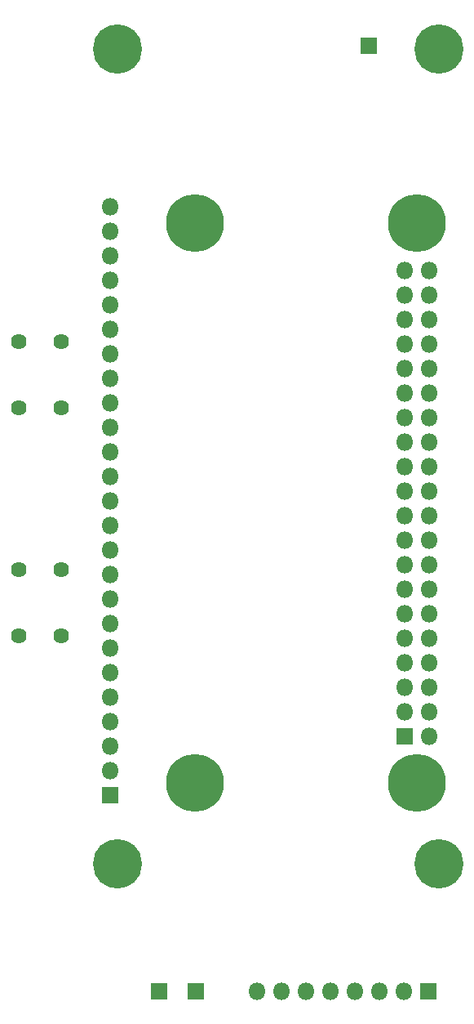
<source format=gbs>
G04 #@! TF.GenerationSoftware,KiCad,Pcbnew,(5.99.0-1124-gd78759612)*
G04 #@! TF.CreationDate,2020-05-27T21:00:59-04:00*
G04 #@! TF.ProjectId,bastion-hat,62617374-696f-46e2-9d68-61742e6b6963,rev?*
G04 #@! TF.SameCoordinates,Original*
G04 #@! TF.FileFunction,Soldermask,Bot*
G04 #@! TF.FilePolarity,Negative*
%FSLAX46Y46*%
G04 Gerber Fmt 4.6, Leading zero omitted, Abs format (unit mm)*
G04 Created by KiCad (PCBNEW (5.99.0-1124-gd78759612)) date 2020-05-27 21:00:59*
%MOMM*%
%LPD*%
G01*
G04 APERTURE LIST*
%ADD10C,6.000000*%
%ADD11O,1.800000X1.800000*%
%ADD12R,1.800000X1.800000*%
%ADD13C,5.100000*%
%ADD14C,1.624000*%
G04 APERTURE END LIST*
D10*
X157520000Y-72870000D03*
X134520000Y-130870000D03*
X134520000Y-72870000D03*
X157520000Y-130870000D03*
D11*
X158790000Y-77740000D03*
X156250000Y-77740000D03*
X158790000Y-95520000D03*
X156250000Y-95520000D03*
X158790000Y-100600000D03*
X156250000Y-100600000D03*
X158790000Y-90440000D03*
X156250000Y-90440000D03*
X158790000Y-118380000D03*
X156250000Y-118380000D03*
X158790000Y-87900000D03*
X156250000Y-87900000D03*
X158790000Y-105680000D03*
X156250000Y-105680000D03*
X158790000Y-82820000D03*
X156250000Y-82820000D03*
X158790000Y-85360000D03*
X156250000Y-85360000D03*
X158790000Y-80280000D03*
X156250000Y-80280000D03*
X158790000Y-103140000D03*
X156250000Y-103140000D03*
X158790000Y-115840000D03*
X156250000Y-115840000D03*
X158790000Y-110760000D03*
X156250000Y-110760000D03*
X158790000Y-92980000D03*
X156250000Y-92980000D03*
X158790000Y-113300000D03*
X156250000Y-113300000D03*
X158790000Y-98060000D03*
X156250000Y-98060000D03*
D12*
X156250000Y-126000000D03*
D11*
X158790000Y-126000000D03*
X156250000Y-120920000D03*
X158790000Y-123460000D03*
X158790000Y-108220000D03*
X156250000Y-108220000D03*
X156250000Y-123460000D03*
X158790000Y-120920000D03*
D13*
X126480000Y-139205000D03*
X159780000Y-139205000D03*
X159780000Y-54805000D03*
X126480000Y-54805000D03*
D11*
X140970000Y-152400000D03*
X143510000Y-152400000D03*
X146050000Y-152400000D03*
X148590000Y-152400000D03*
X151130000Y-152400000D03*
X153670000Y-152400000D03*
X156210000Y-152400000D03*
D12*
X158750000Y-152400000D03*
D14*
X116250000Y-91990000D03*
X116250000Y-85090000D03*
X120650000Y-91990000D03*
X120650000Y-85090000D03*
X116250000Y-115650000D03*
X116250000Y-108750000D03*
X120650000Y-115650000D03*
X120650000Y-108750000D03*
D11*
X125730000Y-71120000D03*
X125730000Y-73660000D03*
X125730000Y-76200000D03*
X125730000Y-78740000D03*
X125730000Y-81280000D03*
X125730000Y-83820000D03*
X125730000Y-86360000D03*
X125730000Y-88900000D03*
X125730000Y-91440000D03*
X125730000Y-93980000D03*
X125730000Y-96520000D03*
X125730000Y-99060000D03*
X125730000Y-101600000D03*
X125730000Y-104140000D03*
X125730000Y-106680000D03*
X125730000Y-109220000D03*
X125730000Y-111760000D03*
X125730000Y-114300000D03*
X125730000Y-116840000D03*
X125730000Y-119380000D03*
X125730000Y-121920000D03*
X125730000Y-124460000D03*
X125730000Y-127000000D03*
X125730000Y-129540000D03*
D12*
X125730000Y-132080000D03*
X130810000Y-152400000D03*
X134620000Y-152400000D03*
X152500000Y-54500000D03*
M02*

</source>
